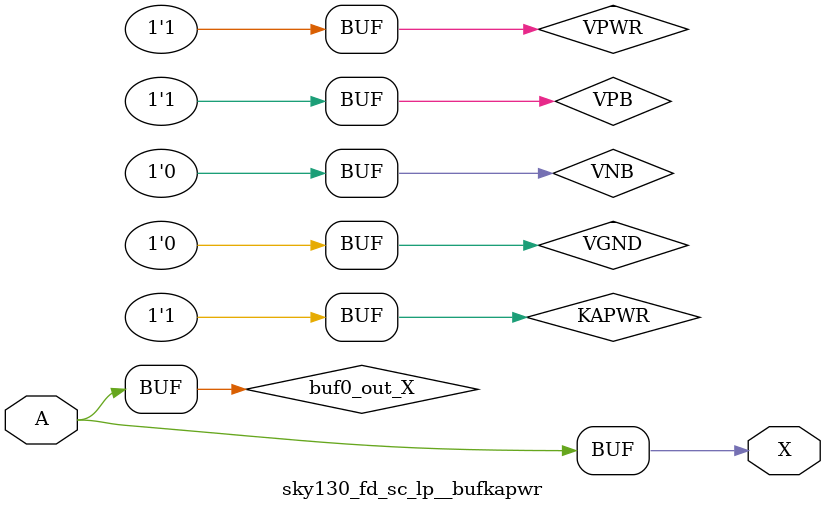
<source format=v>
/*
 * Copyright 2020 The SkyWater PDK Authors
 *
 * Licensed under the Apache License, Version 2.0 (the "License");
 * you may not use this file except in compliance with the License.
 * You may obtain a copy of the License at
 *
 *     https://www.apache.org/licenses/LICENSE-2.0
 *
 * Unless required by applicable law or agreed to in writing, software
 * distributed under the License is distributed on an "AS IS" BASIS,
 * WITHOUT WARRANTIES OR CONDITIONS OF ANY KIND, either express or implied.
 * See the License for the specific language governing permissions and
 * limitations under the License.
 *
 * SPDX-License-Identifier: Apache-2.0
*/


`ifndef SKY130_FD_SC_LP__BUFKAPWR_TIMING_V
`define SKY130_FD_SC_LP__BUFKAPWR_TIMING_V

/**
 * bufkapwr: Buffer on keep-alive power rail.
 *
 * Verilog simulation timing model.
 */

`timescale 1ns / 1ps
`default_nettype none

`celldefine
module sky130_fd_sc_lp__bufkapwr (
    X,
    A
);

    // Module ports
    output X;
    input  A;

    // Module supplies
    supply1 VPWR ;
    supply0 VGND ;
    supply1 KAPWR;
    supply1 VPB  ;
    supply0 VNB  ;

    // Local signals
    wire buf0_out_X;

    //  Name  Output      Other arguments
    buf buf0 (buf0_out_X, A              );
    buf buf1 (X         , buf0_out_X     );

endmodule
`endcelldefine

`default_nettype wire
`endif  // SKY130_FD_SC_LP__BUFKAPWR_TIMING_V

</source>
